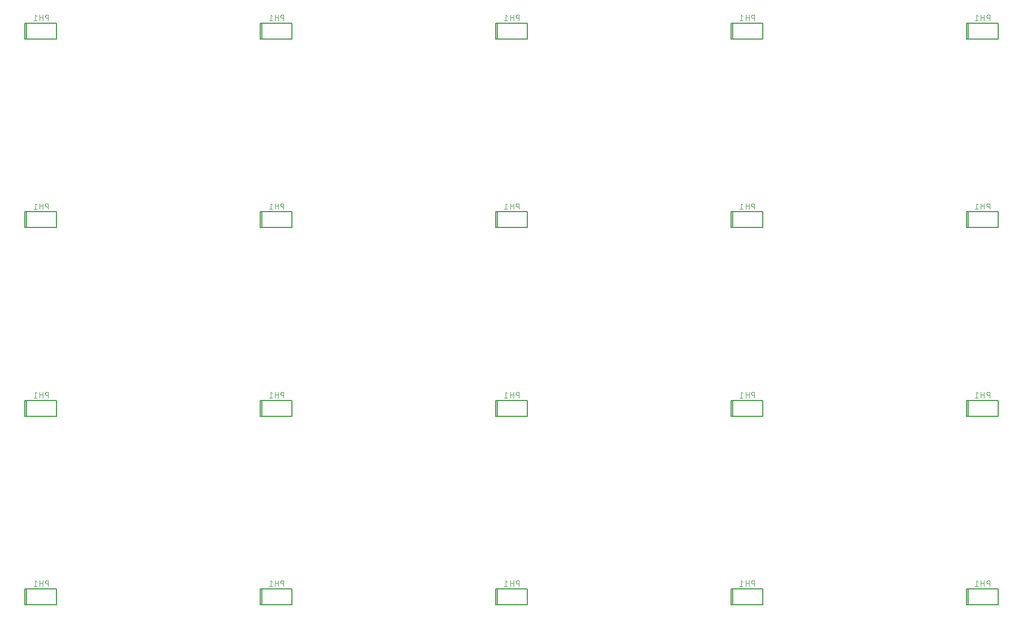
<source format=gbr>
G04 Panel Editor  V12.2 (Build 1133) Date:  Mon Apr 13 15:19:44 2020 *
G04 Database: C:\Users\sergey\Documents\EAGLE\projects\Led_amp\export\CAMOutputs\Panel\Led_amp.cam *
G04 Layer 5: silkscreen_bottom.gbr *
%FSLAX34Y34*%
%MOMM*%
%SFA1.000B1.000*%

%MIA0B0*%
%IPPOS*%
%ADD70C,0.15240*%
%ADD71R,0.25400X2.54000*%
%ADD20C,0.10160*%
%LNsilkscreen_bottom.gbr*%
%SRX1Y1I0J0*%
%LPD*%
%SRX5Y4I37.754J30.254*%
G54D71*
X165910Y268170D03*
G54D70*
X214170Y255470D02*
G01X163370D01*
Y280870*
X214170*
Y255470*
G54D20*
X200962Y285188D02*
G01Y294332D01*
X198422*
X198322Y294330*
X198223Y294324*
X198123Y294314*
X198025Y294301*
X197926Y294283*
X197829Y294262*
X197733Y294237*
X197637Y294208*
X197543Y294175*
X197450Y294139*
X197359Y294099*
X197269Y294055*
X197181Y294008*
X197095Y293958*
X197011Y293904*
X196929Y293847*
X196850Y293787*
X196772Y293723*
X196698Y293657*
X196626Y293588*
X196557Y293516*
X196491Y293442*
X196427Y293364*
X196367Y293285*
X196310Y293203*
X196256Y293119*
X196206Y293033*
X196159Y292945*
X196115Y292855*
X196075Y292764*
X196039Y292671*
X196006Y292577*
X195977Y292481*
X195952Y292385*
X195931Y292288*
X195913Y292189*
X195900Y292091*
X195890Y291991*
X195884Y291892*
X195882Y291792*
X195884Y291692*
X195890Y291593*
X195900Y291493*
X195913Y291395*
X195931Y291296*
X195952Y291199*
X195977Y291103*
X196006Y291007*
X196039Y290913*
X196075Y290820*
X196115Y290729*
X196159Y290639*
X196206Y290551*
X196256Y290465*
X196310Y290381*
X196367Y290299*
X196427Y290220*
X196491Y290142*
X196557Y290068*
X196626Y289996*
X196698Y289927*
X196772Y289861*
X196850Y289797*
X196929Y289737*
X197011Y289680*
X197095Y289626*
X197181Y289576*
X197269Y289529*
X197359Y289485*
X197450Y289445*
X197543Y289409*
X197637Y289376*
X197733Y289347*
X197829Y289322*
X197926Y289301*
X198025Y289283*
X198123Y289270*
X198223Y289260*
X198322Y289254*
X198422Y289252*
X200962*
X191970Y285188D02*
G01Y294332D01*
Y290268D02*
G01X186890D01*
Y294332D02*
G01Y285188D01*
X182522Y292300D02*
G01X179982Y294332D01*
Y285188*
X182522D02*
G01X177442D01*
M02*

</source>
